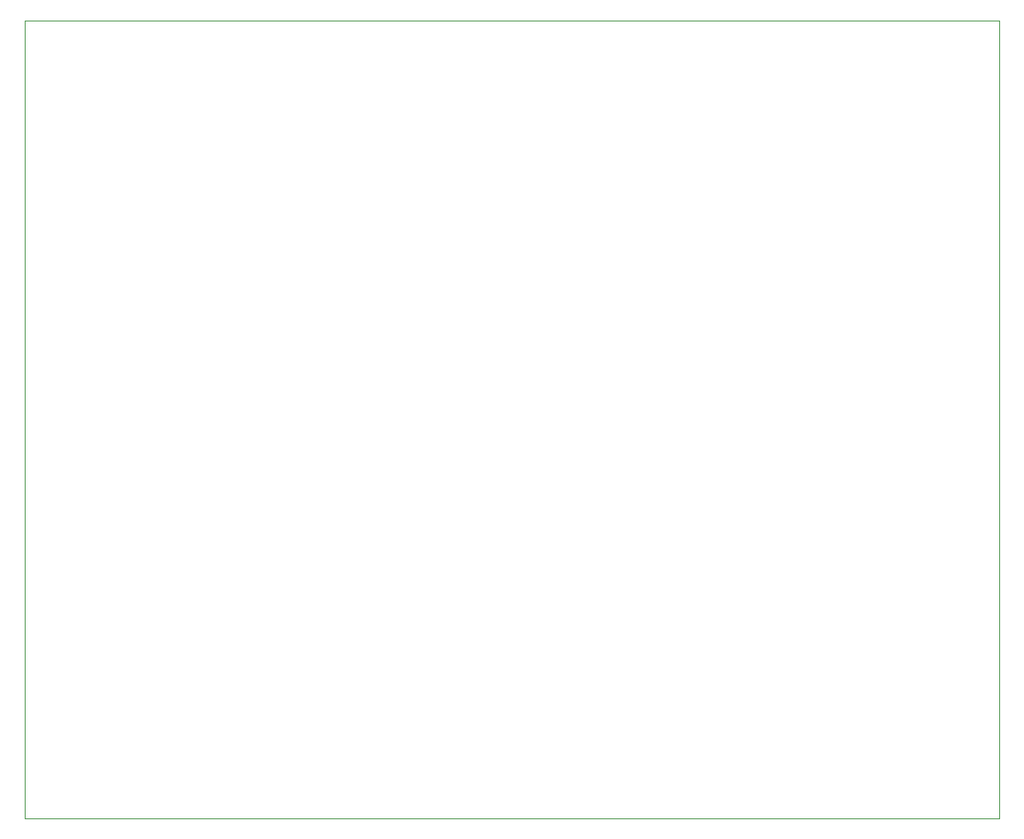
<source format=gko>
G04 #@! TF.GenerationSoftware,KiCad,Pcbnew,(5.0.1)-3*
G04 #@! TF.CreationDate,2018-10-29T22:15:53-04:00*
G04 #@! TF.ProjectId,GCEW,474345572E6B696361645F7063620000,rev?*
G04 #@! TF.SameCoordinates,Original*
G04 #@! TF.FileFunction,Profile,NP*
%FSLAX46Y46*%
G04 Gerber Fmt 4.6, Leading zero omitted, Abs format (unit mm)*
G04 Created by KiCad (PCBNEW (5.0.1)-3) date 10/29/2018 10:15:53 PM*
%MOMM*%
%LPD*%
G01*
G04 APERTURE LIST*
%ADD10C,0.100000*%
G04 APERTURE END LIST*
D10*
X215000000Y-147000000D02*
X115000000Y-147000000D01*
X215000000Y-65000000D02*
X215000000Y-147000000D01*
X115000000Y-65000000D02*
X115000000Y-147000000D01*
X215000000Y-65000000D02*
X115000000Y-65000000D01*
M02*

</source>
